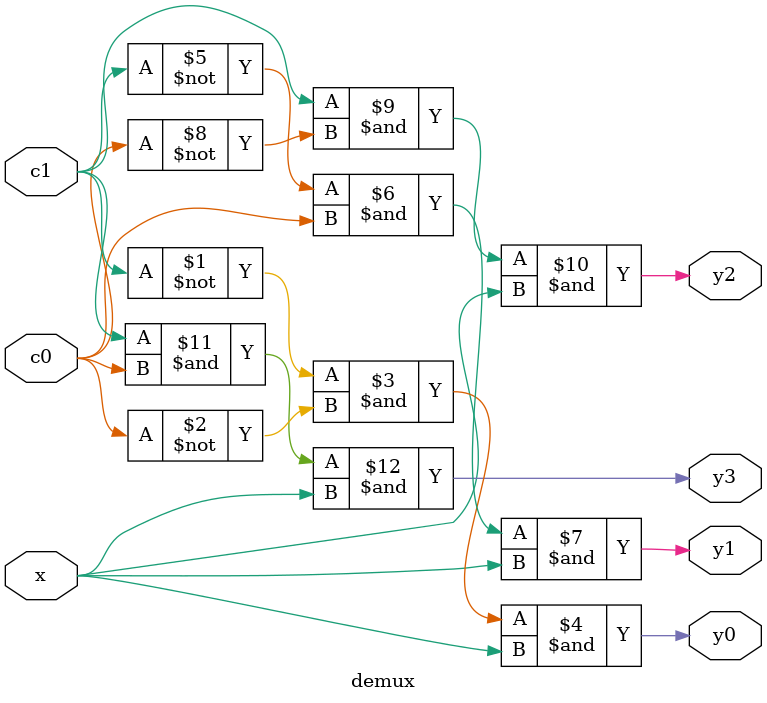
<source format=v>
`timescale 1ns / 1ps

module demux(
    input x, c1, c0,
    output y0, y1, y2, y3
    );
assign y0 = ~c1 & ~c0 & x;
assign y1 = ~c1 & c0 & x;
assign y2 = c1 & ~c0 & x;
assign y3 = c1 & c0 & x;

endmodule
</source>
